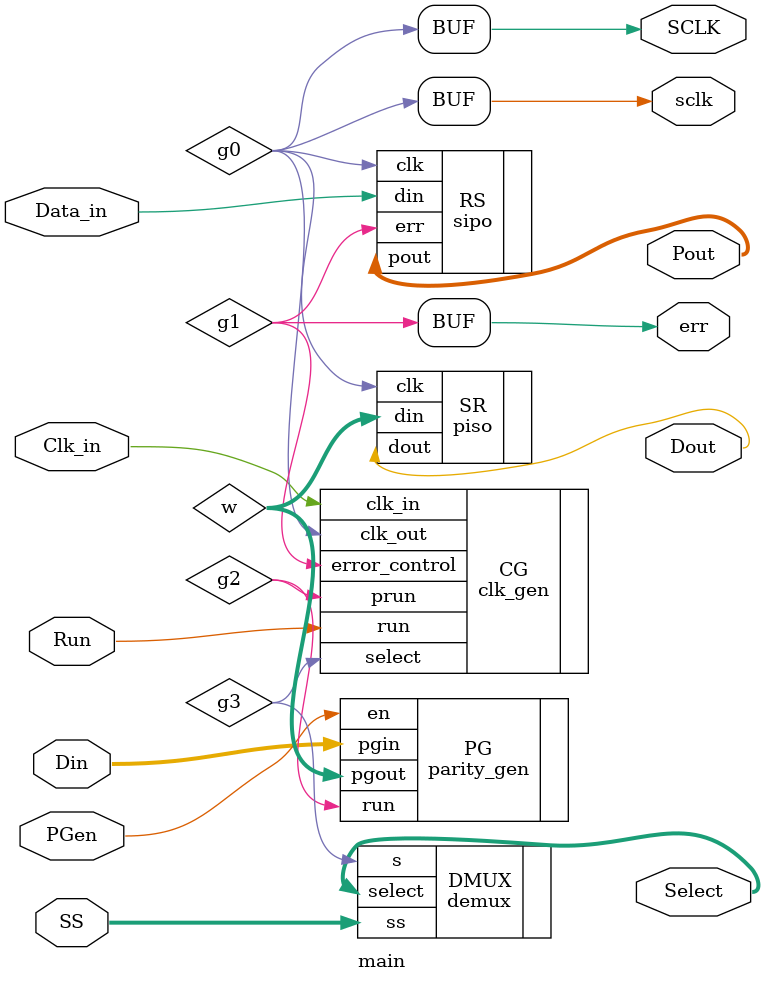
<source format=v>

module main(
    input wire Run,
    input wire Clk_in,
    input wire [7:0] Din,
    output wire Dout,
    output wire [3:0] Select,
    input wire Data_in,
    output wire [7:0] Pout,
    output wire err,
    output wire sclk,
    input wire PGen,
    input wire [1:0] SS,
    output wire SCLK
);

    wire g0,g1,g2,g3;
    wire [7:0] w;

    assign sclk = g0;
    assign err = g1;
    assign SCLK = g0;

    clk_gen CG(
        .run(Run),
        .clk_in(Clk_in),
        .clk_out(g0),
        .select(g3),
        .error_control(g1),
        .prun(g2)
    );
   
    piso SR(
        .din(w),
        .clk(g0),
        .dout(Dout)
    );
   
    sipo RS(
        .clk(g0),
        .din(Data_in),
        .pout(Pout),
        .err(g1)
    );
   
    parity_gen PG(
        .pgin(Din),
        .en(PGen),
        .run(g2),
        .pgout(w)
    );
   
    demux DMUX(
        .ss(SS),
        .s(g3),
        .select(Select)
    );
       
       
endmodule

</source>
